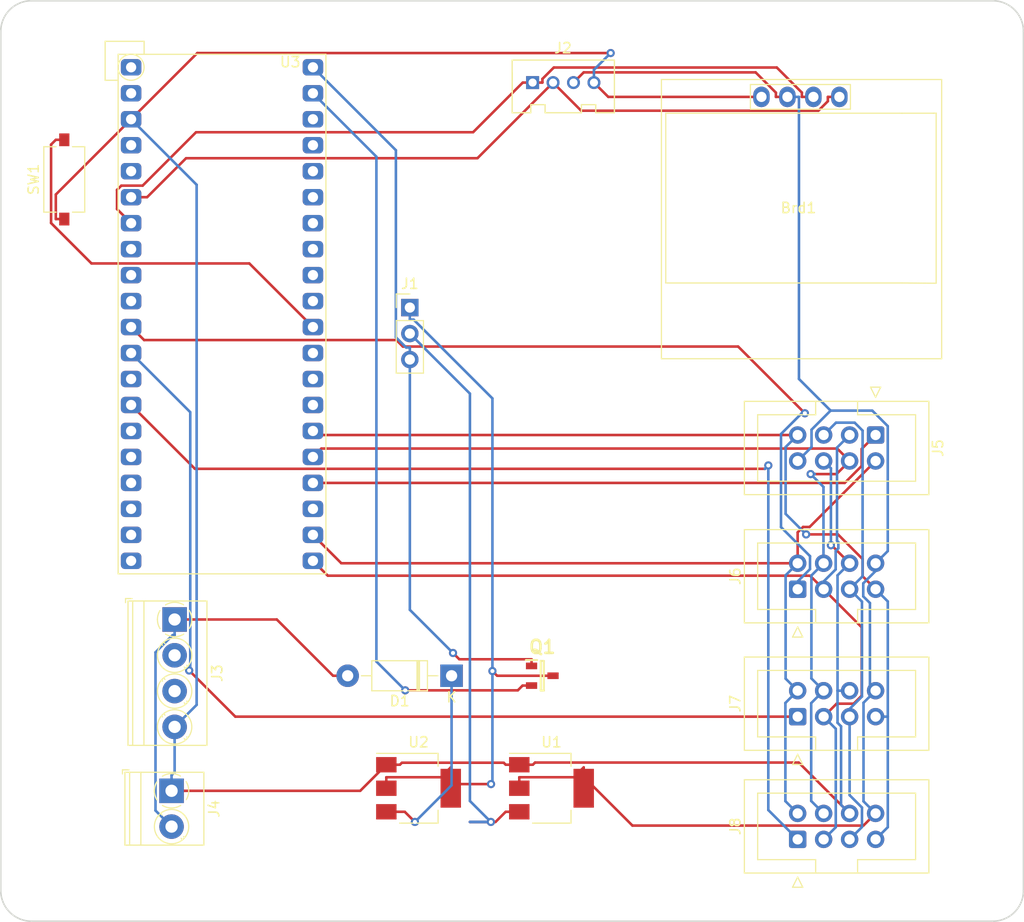
<source format=kicad_pcb>
(kicad_pcb (version 20221018) (generator pcbnew)
  (layers (0 "F.Cu" signal) (31 "B.Cu" signal) (34 "B.Paste" user) (35 "F.Paste" user) (36 "B.SilkS" user "B.Silkscreen") (37 "F.SilkS" user "F.Silkscreen") (38 "B.Mask" user) (39 "F.Mask" user) (44 "Edge.Cuts" user))
  (net 0 "")
  (net 1 "/GND")
  (net 2 "/3V3")
  (net 3 "/SCL")
  (net 4 "/SDA")
  (net 5 "/12V")
  (net 6 "/Pin")
  (net 7 "/5V")
  (net 8 "/5Vopt")
  (net 9 "/VBUS")
  (net 10 "/CS1")
  (net 11 "/SCK")
  (net 12 "/MOSI")
  (net 13 "/MISO")
  (net 14 "/IRQ")
  (net 15 "/RST")
  (net 16 "/CS2")
  (net 17 "/CS3")
  (net 18 "/CS4")
  (net 19 "/VSYS")
  (net 20 "Net-(U3-RUN)")
  (footprint "SSD1306:128x64OLED" (layer "F.Cu") (at 228 80)
    (fp_text reference "Brd1" (at 0 0.254) (layer "F.SilkS"))
    (fp_text value "SSD1306")
    (pad "1" thru_hole oval (at -3.62 -10.6 90) (size 2 1.6) (drill 1) (layers "*.Cu" "*.Mask") (net 1 "/GND"))
    (pad "2" thru_hole oval (at -1.08 -10.6 90) (size 2 1.6) (drill 1) (layers "*.Cu" "*.Mask") (net 2 "/3V3"))
    (pad "3" thru_hole oval (at 1.46 -10.6 90) (size 2 1.6) (drill 1) (layers "*.Cu" "*.Mask") (net 3 "/SCL"))
    (pad "4" thru_hole oval (at 4 -10.6 90) (size 2 1.6) (drill 1) (layers "*.Cu" "*.Mask") (net 4 "/SDA"))
  )
  (footprint "Package_TO_SOT_SMD:SOT-223-3_TabPin2" (layer "F.Cu") (at 203.85 137)
    (fp_text reference "U1" (at 0 -4.5) (layer "F.SilkS"))
    (fp_text value "AMS1117-3.3")
    (pad "1" smd rect (at -3.15 -2.3) (size 2 1.5) (layers "F.Cu" "F.Paste" "F.Mask") (net 1 "/GND"))
    (pad "2" smd rect (at -3.15 0) (size 2 1.5) (layers "F.Cu" "F.Paste" "F.Mask") (net 2 "/3V3"))
    (pad "2" smd rect (at 3.15 0) (size 2 3.8) (layers "F.Cu" "F.Paste" "F.Mask") (net 2 "/3V3"))
    (pad "3" smd rect (at -3.15 2.3) (size 2 1.5) (layers "F.Cu" "F.Paste" "F.Mask") (net 8 "/5Vopt"))
  )
  (footprint "TerminalBlock_Phoenix:TerminalBlock_Phoenix_PT-1,5-2-3.5-H_1x02_P3.50mm_Horizontal" (layer "F.Cu") (at 166.7 137.25 -90)
    (fp_text reference "J4" (at 1.75 -4.16 90) (layer "F.SilkS"))
    (fp_text value "Screw_Terminal_01x02")
    (pad "1" thru_hole rect (at 0 0 270) (size 2.4 2.4) (drill 1.2) (layers "*.Cu" "*.Mask") (net 1 "/GND"))
    (pad "2" thru_hole circle (at 3.5 0 270) (size 2.4 2.4) (drill 1.2) (layers "*.Cu" "*.Mask") (net 6 "/Pin"))
  )
  (footprint "MountingHole:MountingHole_3.2mm_M3_DIN965" (layer "F.Cu") (at 246 64)
    (fp_text reference "H2" hide)
    (fp_text value "MountingHole" hide)
    (pad "" np_thru_hole circle (at 0 0) (size 3.2 3.2) (drill 3.2) (layers "*.Cu" "*.Mask"))
  )
  (footprint "Package_TO_SOT_SMD:SOT-223-3_TabPin2" (layer "F.Cu") (at 190.85 137)
    (fp_text reference "U2" (at 0 -4.5) (layer "F.SilkS"))
    (fp_text value "AMS1117-5.0")
    (pad "1" smd rect (at -3.15 -2.3) (size 2 1.5) (layers "F.Cu" "F.Paste" "F.Mask") (net 1 "/GND"))
    (pad "2" smd rect (at -3.15 0) (size 2 1.5) (layers "F.Cu" "F.Paste" "F.Mask") (net 7 "/5V"))
    (pad "2" smd rect (at 3.15 0) (size 2 3.8) (layers "F.Cu" "F.Paste" "F.Mask") (net 7 "/5V"))
    (pad "3" smd rect (at -3.15 2.3) (size 2 1.5) (layers "F.Cu" "F.Paste" "F.Mask") (net 5 "/12V"))
  )
  (footprint "DMG2305UX-7:SOT96P240X110-3N" (layer "F.Cu") (at 202.95 126)
    (fp_text reference "Q1" (at 0 -2.81) (layer "F.SilkS") (effects (font (size 1.27 1.27) (thickness 0.254))))
    (fp_text value "DMG2305UX-7" hide)
    (pad "1" smd rect (at -1.05 -0.96 90) (size 0.65 1.1) (layers "F.Cu" "F.Paste" "F.Mask") (net 9 "/VBUS"))
    (pad "2" smd rect (at -1.05 0.96 90) (size 0.65 1.1) (layers "F.Cu" "F.Paste" "F.Mask") (net 19 "/VSYS"))
    (pad "3" smd rect (at 1.05 0 90) (size 0.65 1.1) (layers "F.Cu" "F.Paste" "F.Mask") (net 7 "/5V"))
  )
  (footprint "PicoNoSwd:RaspberryPico_TH_NoSWD" (layer "F.Cu") (at 162.745 66.505)
    (fp_text reference "U3" (at 15.5575 -0.508 -180) (layer "F.SilkS"))
    (fp_text value "Pico_RaspberryPico")
    (pad "1" thru_hole roundrect (at 0 0) (size 2 1.6) (drill 1) (layers "*.Cu" "*.Mask"))
    (pad "2" thru_hole roundrect (at 0 2.54) (size 2 1.6) (drill 1) (layers "*.Cu" "*.Mask"))
    (pad "3" thru_hole roundrect (at 0 5.08) (size 2 1.6) (drill 1) (layers "*.Cu" "*.Mask") (net 1 "/GND"))
    (pad "4" thru_hole roundrect (at 0 7.62) (size 2 1.6) (drill 1) (layers "*.Cu" "*.Mask"))
    (pad "5" thru_hole roundrect (at 0 10.16) (size 2 1.6) (drill 1) (layers "*.Cu" "*.Mask"))
    (pad "6" thru_hole roundrect (at 0 12.7) (size 2 1.6) (drill 1) (layers "*.Cu" "*.Mask") (net 4 "/SDA"))
    (pad "7" thru_hole roundrect (at 0 15.24) (size 2 1.6) (drill 1) (layers "*.Cu" "*.Mask") (net 3 "/SCL"))
    (pad "8" thru_hole roundrect (at 0 17.78) (size 2 1.6) (drill 1) (layers "*.Cu" "*.Mask"))
    (pad "9" thru_hole roundrect (at 0 20.32) (size 2 1.6) (drill 1) (layers "*.Cu" "*.Mask"))
    (pad "10" thru_hole roundrect (at 0 22.86) (size 2 1.6) (drill 1) (layers "*.Cu" "*.Mask"))
    (pad "11" thru_hole roundrect (at 0 25.4) (size 2 1.6) (drill 1) (layers "*.Cu" "*.Mask") (net 16 "/CS2"))
    (pad "12" thru_hole roundrect (at 0 27.94) (size 2 1.6) (drill 1) (layers "*.Cu" "*.Mask") (net 17 "/CS3"))
    (pad "13" thru_hole roundrect (at 0 30.48) (size 2 1.6) (drill 1) (layers "*.Cu" "*.Mask"))
    (pad "14" thru_hole roundrect (at 0 33.02) (size 2 1.6) (drill 1) (layers "*.Cu" "*.Mask") (net 18 "/CS4"))
    (pad "15" thru_hole roundrect (at 0 35.56) (size 2 1.6) (drill 1) (layers "*.Cu" "*.Mask"))
    (pad "16" thru_hole roundrect (at 0 38.1) (size 2 1.6) (drill 1) (layers "*.Cu" "*.Mask"))
    (pad "17" thru_hole roundrect (at 0 40.64) (size 2 1.6) (drill 1) (layers "*.Cu" "*.Mask"))
    (pad "18" thru_hole roundrect (at 0 43.18) (size 2 1.6) (drill 1) (layers "*.Cu" "*.Mask"))
    (pad "19" thru_hole roundrect (at 0 45.72) (size 2 1.6) (drill 1) (layers "*.Cu" "*.Mask"))
    (pad "20" thru_hole roundrect (at 0 48.26) (size 2 1.6) (drill 1) (layers "*.Cu" "*.Mask"))
    (pad "21" thru_hole roundrect (at 17.78 48.26) (size 2 1.6) (drill 1) (layers "*.Cu" "*.Mask") (net 12 "/MOSI"))
    (pad "22" thru_hole roundrect (at 17.78 45.72) (size 2 1.6) (drill 1) (layers "*.Cu" "*.Mask") (net 11 "/SCK"))
    (pad "23" thru_hole roundrect (at 17.78 43.18) (size 2 1.6) (drill 1) (layers "*.Cu" "*.Mask"))
    (pad "24" thru_hole roundrect (at 17.78 40.64) (size 2 1.6) (drill 1) (layers "*.Cu" "*.Mask") (net 10 "/CS1"))
    (pad "25" thru_hole roundrect (at 17.78 38.1) (size 2 1.6) (drill 1) (layers "*.Cu" "*.Mask") (net 13 "/MISO"))
    (pad "26" thru_hole roundrect (at 17.78 35.56) (size 2 1.6) (drill 1) (layers "*.Cu" "*.Mask") (net 15 "/RST"))
    (pad "27" thru_hole roundrect (at 17.78 33.02) (size 2 1.6) (drill 1) (layers "*.Cu" "*.Mask"))
    (pad "28" thru_hole roundrect (at 17.78 30.48) (size 2 1.6) (drill 1) (layers "*.Cu" "*.Mask"))
    (pad "29" thru_hole roundrect (at 17.78 27.94) (size 2 1.6) (drill 1) (layers "*.Cu" "*.Mask"))
    (pad "30" thru_hole roundrect (at 17.78 25.4) (size 2 1.6) (drill 1) (layers "*.Cu" "*.Mask") (net 20 "Net-(U3-RUN)"))
    (pad "31" thru_hole roundrect (at 17.78 22.86) (size 2 1.6) (drill 1) (layers "*.Cu" "*.Mask"))
    (pad "32" thru_hole roundrect (at 17.78 20.32) (size 2 1.6) (drill 1) (layers "*.Cu" "*.Mask"))
    (pad "33" thru_hole roundrect (at 17.78 17.78) (size 2 1.6) (drill 1) (layers "*.Cu" "*.Mask"))
    (pad "34" thru_hole roundrect (at 17.78 15.24) (size 2 1.6) (drill 1) (layers "*.Cu" "*.Mask"))
    (pad "35" thru_hole roundrect (at 17.78 12.7) (size 2 1.6) (drill 1) (layers "*.Cu" "*.Mask"))
    (pad "36" thru_hole roundrect (at 17.78 10.16) (size 2 1.6) (drill 1) (layers "*.Cu" "*.Mask"))
    (pad "37" thru_hole roundrect (at 17.78 7.62) (size 2 1.6) (drill 1) (layers "*.Cu" "*.Mask"))
    (pad "38" thru_hole roundrect (at 17.78 5.08) (size 2 1.6) (drill 1) (layers "*.Cu" "*.Mask"))
    (pad "39" thru_hole roundrect (at 17.78 2.54) (size 2 1.6) (drill 1) (layers "*.Cu" "*.Mask") (net 19 "/VSYS"))
    (pad "40" thru_hole roundrect (at 17.78 0) (size 2 1.6) (drill 1) (layers "*.Cu" "*.Mask") (net 9 "/VBUS"))
  )
  (footprint "Seed Grove etc:HW4-2.0" (layer "F.Cu") (at 205.0018 68)
    (fp_text reference "J2" (at -0.025 -3.375) (layer "F.SilkS"))
    (fp_text value "Grove 2mm")
    (pad "1" thru_hole rect (at -2.99974 0) (size 1.27 1.27) (drill 0.79756) (layers "*.Cu" "*.Mask") (net 3 "/SCL"))
    (pad "2" thru_hole circle (at -0.99822 0) (size 1.27 1.27) (drill 0.79756) (layers "*.Cu" "*.Mask") (net 4 "/SDA"))
    (pad "3" thru_hole circle (at 0.99822 0) (size 1.27 1.27) (drill 0.79756) (layers "*.Cu" "*.Mask") (net 2 "/3V3"))
    (pad "4" thru_hole circle (at 2.99974 0) (size 1.27 1.27) (drill 0.79756) (layers "*.Cu" "*.Mask") (net 1 "/GND"))
  )
  (footprint "Diode_THT:D_DO-41_SOD81_P10.16mm_Horizontal" (layer "F.Cu") (at 194.08 126 180)
    (fp_text reference "D1" (at 5.08 -2.47) (layer "F.SilkS"))
    (fp_text value "1N5819")
    (fp_text user "K" (at 0 -2.1) (layer "F.SilkS"))
    (pad "1" thru_hole rect (at 0 0 180) (size 2.2 2.2) (drill 1.1) (layers "*.Cu" "*.Mask") (net 5 "/12V"))
    (pad "2" thru_hole oval (at 10.16 0 180) (size 2.2 2.2) (drill 1.1) (layers "*.Cu" "*.Mask") (net 6 "/Pin"))
  )
  (footprint "TerminalBlock_Phoenix:TerminalBlock_Phoenix_PT-1,5-4-3.5-H_1x04_P3.50mm_Horizontal" (layer "F.Cu") (at 167 120.5 -90)
    (fp_text reference "J3" (at 5.25 -4.16 90) (layer "F.SilkS"))
    (fp_text value "Screw_Terminal_01x04")
    (pad "1" thru_hole rect (at 0 0 270) (size 2.4 2.4) (drill 1.2) (layers "*.Cu" "*.Mask") (net 6 "/Pin"))
    (pad "2" thru_hole circle (at 3.5 0 270) (size 2.4 2.4) (drill 1.2) (layers "*.Cu" "*.Mask"))
    (pad "3" thru_hole circle (at 7 0 270) (size 2.4 2.4) (drill 1.2) (layers "*.Cu" "*.Mask"))
    (pad "4" thru_hole circle (at 10.5 0 270) (size 2.4 2.4) (drill 1.2) (layers "*.Cu" "*.Mask") (net 1 "/GND"))
  )
  (footprint "Connector_IDC:IDC-Header_2x04_P2.54mm_Vertical" (layer "F.Cu") (at 235.54 102.46 -90)
    (fp_text reference "J5" (at 1.27 -6.1 90) (layer "F.SilkS"))
    (fp_text value "IDC1")
    (pad "1" thru_hole roundrect (at 0 0 270) (size 1.7 1.7) (drill 1) (layers "*.Cu" "*.Mask") (roundrect_rratio 0.147059) (net 10 "/CS1"))
    (pad "2" thru_hole circle (at 2.54 0 270) (size 1.7 1.7) (drill 1) (layers "*.Cu" "*.Mask") (net 11 "/SCK"))
    (pad "3" thru_hole circle (at 0 2.54 270) (size 1.7 1.7) (drill 1) (layers "*.Cu" "*.Mask") (net 12 "/MOSI"))
    (pad "4" thru_hole circle (at 2.54 2.54 270) (size 1.7 1.7) (drill 1) (layers "*.Cu" "*.Mask") (net 13 "/MISO"))
    (pad "5" thru_hole circle (at 0 5.08 270) (size 1.7 1.7) (drill 1) (layers "*.Cu" "*.Mask") (net 14 "/IRQ"))
    (pad "6" thru_hole circle (at 2.54 5.08 270) (size 1.7 1.7) (drill 1) (layers "*.Cu" "*.Mask") (net 1 "/GND"))
    (pad "7" thru_hole circle (at 0 7.62 270) (size 1.7 1.7) (drill 1) (layers "*.Cu" "*.Mask") (net 15 "/RST"))
    (pad "8" thru_hole circle (at 2.54 7.62 270) (size 1.7 1.7) (drill 1) (layers "*.Cu" "*.Mask") (net 2 "/3V3"))
  )
  (footprint "Connector_IDC:IDC-Header_2x04_P2.54mm_Vertical" (layer "F.Cu") (at 227.92 117.54 90)
    (fp_text reference "J6" (at 1.27 -6.1 90) (layer "F.SilkS"))
    (fp_text value "IDC1")
    (pad "1" thru_hole roundrect (at 0 0 90) (size 1.7 1.7) (drill 1) (layers "*.Cu" "*.Mask") (roundrect_rratio 0.147059) (net 16 "/CS2"))
    (pad "2" thru_hole circle (at 2.54 0 90) (size 1.7 1.7) (drill 1) (layers "*.Cu" "*.Mask") (net 11 "/SCK"))
    (pad "3" thru_hole circle (at 0 2.54 90) (size 1.7 1.7) (drill 1) (layers "*.Cu" "*.Mask") (net 12 "/MOSI"))
    (pad "4" thru_hole circle (at 2.54 2.54 90) (size 1.7 1.7) (drill 1) (layers "*.Cu" "*.Mask") (net 13 "/MISO"))
    (pad "5" thru_hole circle (at 0 5.08 90) (size 1.7 1.7) (drill 1) (layers "*.Cu" "*.Mask") (net 14 "/IRQ"))
    (pad "6" thru_hole circle (at 2.54 5.08 90) (size 1.7 1.7) (drill 1) (layers "*.Cu" "*.Mask") (net 1 "/GND"))
    (pad "7" thru_hole circle (at 0 7.62 90) (size 1.7 1.7) (drill 1) (layers "*.Cu" "*.Mask") (net 15 "/RST"))
    (pad "8" thru_hole circle (at 2.54 7.62 90) (size 1.7 1.7) (drill 1) (layers "*.Cu" "*.Mask") (net 2 "/3V3"))
  )
  (footprint "MountingHole:MountingHole_3.2mm_M3_DIN965" (layer "F.Cu") (at 154 64)
    (fp_text reference "H1" hide)
    (fp_text value "MountingHole" hide)
    (pad "" np_thru_hole circle (at 0 0) (size 3.2 3.2) (drill 3.2) (layers "*.Cu" "*.Mask"))
  )
  (footprint "MountingHole:MountingHole_3.2mm_M3_DIN965" (layer "F.Cu") (at 154 146)
    (fp_text reference "H3" hide)
    (fp_text value "MountingHole" hide)
    (pad "" np_thru_hole circle (at 0 0) (size 3.2 3.2) (drill 3.2) (layers "*.Cu" "*.Mask"))
  )
  (footprint "Connector_IDC:IDC-Header_2x04_P2.54mm_Vertical" (layer "F.Cu") (at 227.92 130 90)
    (fp_text reference "J7" (at 1.27 -6.1 90) (layer "F.SilkS"))
    (fp_text value "IDC1")
    (pad "1" thru_hole roundrect (at 0 0 90) (size 1.7 1.7) (drill 1) (layers "*.Cu" "*.Mask") (roundrect_rratio 0.147059) (net 17 "/CS3"))
    (pad "2" thru_hole circle (at 2.54 0 90) (size 1.7 1.7) (drill 1) (layers "*.Cu" "*.Mask") (net 11 "/SCK"))
    (pad "3" thru_hole circle (at 0 2.54 90) (size 1.7 1.7) (drill 1) (layers "*.Cu" "*.Mask") (net 12 "/MOSI"))
    (pad "4" thru_hole circle (at 2.54 2.54 90) (size 1.7 1.7) (drill 1) (layers "*.Cu" "*.Mask") (net 13 "/MISO"))
    (pad "5" thru_hole circle (at 0 5.08 90) (size 1.7 1.7) (drill 1) (layers "*.Cu" "*.Mask") (net 14 "/IRQ"))
    (pad "6" thru_hole circle (at 2.54 5.08 90) (size 1.7 1.7) (drill 1) (layers "*.Cu" "*.Mask") (net 1 "/GND"))
    (pad "7" thru_hole circle (at 0 7.62 90) (size 1.7 1.7) (drill 1) (layers "*.Cu" "*.Mask") (net 15 "/RST"))
    (pad "8" thru_hole circle (at 2.54 7.62 90) (size 1.7 1.7) (drill 1) (layers "*.Cu" "*.Mask") (net 2 "/3V3"))
  )
  (footprint "Button_Switch_SMD:SW_Tactile_SPST_NO_Straight_CK_PTS636Sx25SMTRLFS" (layer "F.Cu") (at 156.21 77.47 90)
    (fp_text reference "SW1" (at 0 -3 90 unlocked) (layer "F.SilkS"))
    (fp_text value "SW_Push")
    (pad "1" smd rect (at -3.875 0 90) (size 1.25 1) (layers "F.Cu" "F.Paste" "F.Mask") (net 1 "/GND"))
    (pad "2" smd rect (at 3.875 0 90) (size 1.25 1) (layers "F.Cu" "F.Paste" "F.Mask") (net 20 "Net-(U3-RUN)"))
  )
  (footprint "Connector_PinHeader_2.54mm:PinHeader_1x03_P2.54mm_Vertical" (layer "F.Cu") (at 190 90)
    (fp_text reference "J1" (at 0 -2.33) (layer "F.SilkS"))
    (fp_text value "5V sel")
    (pad "1" thru_hole rect (at 0 0) (size 1.7 1.7) (drill 1) (layers "*.Cu" "*.Mask") (net 7 "/5V"))
    (pad "2" thru_hole oval (at 0 2.54) (size 1.7 1.7) (drill 1) (layers "*.Cu" "*.Mask") (net 8 "/5Vopt"))
    (pad "3" thru_hole oval (at 0 5.08) (size 1.7 1.7) (drill 1) (layers "*.Cu" "*.Mask") (net 9 "/VBUS"))
  )
  (footprint "MountingHole:MountingHole_3.2mm_M3_DIN965" (layer "F.Cu") (at 246 146)
    (fp_text reference "H4" hide)
    (fp_text value "MountingHole" hide)
    (pad "" np_thru_hole circle (at 0 0) (size 3.2 3.2) (drill 3.2) (layers "*.Cu" "*.Mask"))
  )
  (footprint "Connector_IDC:IDC-Header_2x04_P2.54mm_Vertical" (layer "F.Cu") (at 227.92 142 90)
    (fp_text reference "J8" (at 1.27 -6.1 90) (layer "F.SilkS"))
    (fp_text value "IDC1")
    (pad "1" thru_hole roundrect (at 0 0 90) (size 1.7 1.7) (drill 1) (layers "*.Cu" "*.Mask") (roundrect_rratio 0.147059) (net 18 "/CS4"))
    (pad "2" thru_hole circle (at 2.54 0 90) (size 1.7 1.7) (drill 1) (layers "*.Cu" "*.Mask") (net 11 "/SCK"))
    (pad "3" thru_hole circle (at 0 2.54 90) (size 1.7 1.7) (drill 1) (layers "*.Cu" "*.Mask") (net 12 "/MOSI"))
    (pad "4" thru_hole circle (at 2.54 2.54 90) (size 1.7 1.7) (drill 1) (layers "*.Cu" "*.Mask") (net 13 "/MISO"))
    (pad "5" thru_hole circle (at 0 5.08 90) (size 1.7 1.7) (drill 1) (layers "*.Cu" "*.Mask") (net 14 "/IRQ"))
    (pad "6" thru_hole circle (at 2.54 5.08 90) (size 1.7 1.7) (drill 1) (layers "*.Cu" "*.Mask") (net 1 "/GND"))
    (pad "7" thru_hole circle (at 0 7.62 90) (size 1.7 1.7) (drill 1) (layers "*.Cu" "*.Mask") (net 15 "/RST"))
    (pad "8" thru_hole circle (at 2.54 7.62 90) (size 1.7 1.7) (drill 1) (layers "*.Cu" "*.Mask") (net 2 "/3V3"))
  )
  (gr_line (start 250 63) (end 250 147) (stroke (width 0.15)) (layer "Edge.Cuts"))
  (gr_arc (start 153 150) (mid 150.87868 149.12132) (end 150 147) (stroke (width 0.15)) (layer "Edge.Cuts"))
  (gr_arc (start 250 147) (mid 249.12132 149.12132) (end 247 150) (stroke (width 0.15)) (layer "Edge.Cuts"))
  (gr_arc (start 150 63) (mid 150.87868 60.87868) (end 153 60) (stroke (width 0.15)) (layer "Edge.Cuts"))
  (gr_line (start 247 60) (end 153 60) (stroke (width 0.15)) (layer "Edge.Cuts"))
  (gr_arc (start 247 60) (mid 249.12132 60.87868) (end 250 63) (stroke (width 0.15)) (layer "Edge.Cuts"))
  (gr_line (start 150 63) (end 150 147) (stroke (width 0.15)) (layer "Edge.Cuts"))
  (gr_line (start 247 150) (end 153 150) (stroke (width 0.15)) (layer "Edge.Cuts"))
  (segment (start 185.15 137.25) (end 187.7 134.7) (width 0.25) (layer "F.Cu") (net 1))
  (segment (start 155.3831 81.345) (end 155.3831 78.9469) (width 0.25) (layer "F.Cu") (net 1))
  (segment (start 233 139.46) (end 228.0277 134.4877) (width 0.25) (layer "F.Cu") (net 1))
  (segment (start 166.7 137.25) (end 185.15 137.25) (width 0.25) (layer "F.Cu") (net 1))
  (segment (start 209.6355 65.1112) (end 169.2188 65.1112) (width 0.25) (layer "F.Cu") (net 1))
  (segment (start 189.2222 134.5047) (end 189.0269 134.7) (width 0.25) (layer "F.Cu") (net 1))
  (segment (start 200.7 134.7) (end 202.0269 134.7) (width 0.25) (layer "F.Cu") (net 1))
  (segment (start 224.38 69.4) (end 209.4015 69.4) (width 0.25) (layer "F.Cu") (net 1))
  (segment (start 209.4015 69.4) (end 208.0015 68) (width 0.25) (layer "F.Cu") (net 1))
  (segment (start 155.3831 78.9469) (end 162.745 71.585) (width 0.25) (layer "F.Cu") (net 1))
  (segment (start 169.2188 65.1112) (end 162.745 71.585) (width 0.25) (layer "F.Cu") (net 1))
  (segment (start 187.7 134.7) (end 189.0269 134.7) (width 0.25) (layer "F.Cu") (net 1))
  (segment (start 202.2392 134.4877) (end 202.0269 134.7) (width 0.25) (layer "F.Cu") (net 1))
  (segment (start 199.3731 134.7) (end 199.1778 134.5047) (width 0.25) (layer "F.Cu") (net 1))
  (segment (start 200.7 134.7) (end 199.3731 134.7) (width 0.25) (layer "F.Cu") (net 1))
  (segment (start 156.21 81.345) (end 155.3831 81.345) (width 0.25) (layer "F.Cu") (net 1))
  (segment (start 228.0277 134.4877) (end 202.2392 134.4877) (width 0.25) (layer "F.Cu") (net 1))
  (segment (start 231.2368 113.2368) (end 231.1719 113.2368) (width 0.25) (layer "F.Cu") (net 1))
  (segment (start 233 115) (end 231.2368 113.2368) (width 0.25) (layer "F.Cu") (net 1))
  (segment (start 199.1778 134.5047) (end 189.2222 134.5047) (width 0.25) (layer "F.Cu") (net 1))
  (via (at 209.6355 65.1112) (size 0.8) (drill 0.4) (layers "F.Cu" "B.Cu") (net 1))
  (via (at 231.1719 113.2368) (size 0.8) (drill 0.4) (layers "F.Cu" "B.Cu") (net 1))
  (segment (start 167 135.4231) (end 167 131) (width 0.25) (layer "B.Cu") (net 1))
  (segment (start 231.8194 130.602) (end 232.1645 130.9471) (width 0.25) (layer "B.Cu") (net 1))
  (segment (start 166.7 137.25) (end 166.7 135.7231) (width 0.25) (layer "B.Cu") (net 1))
  (segment (start 169.1518 128.8482) (end 167 131) (width 0.25) (layer "B.Cu") (net 1))
  (segment (start 231.8194 116.1806) (end 231.8194 127.46) (width 0.25) (layer "B.Cu") (net 1))
  (segment (start 233 115) (end 231.8194 116.1806) (width 0.25) (layer "B.Cu") (net 1))
  (segment (start 166.7 135.7231) (end 167 135.4231) (width 0.25) (layer "B.Cu") (net 1))
  (segment (start 208.0015 68) (end 208.0015 66.7452) (width 0.25) (layer "B.Cu") (net 1))
  (segment (start 232.1645 130.9471) (end 232.1645 138.6245) (width 0.25) (layer "B.Cu") (net 1))
  (segment (start 233 127.46) (end 231.8194 127.46) (width 0.25) (layer "B.Cu") (net 1))
  (segment (start 169.1518 77.9918) (end 169.1518 128.8482) (width 0.25) (layer "B.Cu") (net 1))
  (segment (start 231.1719 113.2368) (end 231.1719 105.7119) (width 0.25) (layer "B.Cu") (net 1))
  (segment (start 162.745 71.585) (end 169.1518 77.9918) (width 0.25) (layer "B.Cu") (net 1))
  (segment (start 232.1645 138.6245) (end 233 139.46) (width 0.25) (layer "B.Cu") (net 1))
  (segment (start 231.1719 105.7119) (end 230.46 105) (width 0.25) (layer "B.Cu") (net 1))
  (segment (start 208.0015 66.7452) (end 209.6355 65.1112) (width 0.25) (layer "B.Cu") (net 1))
  (segment (start 231.8194 127.46) (end 231.8194 130.602) (width 0.25) (layer "B.Cu") (net 1))
  (segment (start 207 135.8865) (end 207 134.9603) (width 0.25) (layer "F.Cu") (net 2))
  (segment (start 207 137) (end 207 135.8865) (width 0.25) (layer "F.Cu") (net 2))
  (segment (start 206.0372 135.9231) (end 207 134.9603) (width 0.25) (layer "F.Cu") (net 2))
  (segment (start 206 68) (end 206.998 67.002) (width 0.25) (layer "F.Cu") (net 2))
  (segment (start 200.7 135.9231) (end 206.0372 135.9231) (width 0.25) (layer "F.Cu") (net 2))
  (segment (start 200.7 137) (end 200.7 135.9231) (width 0.25) (layer "F.Cu") (net 2))
  (segment (start 226.92 69.4) (end 225.7931 69.4) (width 0.25) (layer "F.Cu") (net 2))
  (segment (start 234.3494 140.6506) (end 235.54 139.46) (width 0.25) (layer "F.Cu") (net 2))
  (segment (start 225.7931 68.9831) (end 225.7931 69.4) (width 0.25) (layer "F.Cu") (net 2))
  (segment (start 223.812 67.002) (end 225.7931 68.9831) (width 0.25) (layer "F.Cu") (net 2))
  (segment (start 206.998 67.002) (end 223.812 67.002) (width 0.25) (layer "F.Cu") (net 2))
  (segment (start 207 135.8865) (end 211.7641 140.6506) (width 0.25) (layer "F.Cu") (net 2))
  (segment (start 211.7641 140.6506) (end 234.3494 140.6506) (width 0.25) (layer "F.Cu") (net 2))
  (segment (start 235.54 139.46) (end 234.3599 138.2799) (width 0.25) (layer "B.Cu") (net 2))
  (segment (start 234.3327 118.2358) (end 234.3327 116.9646) (width 0.25) (layer "B.Cu") (net 2))
  (segment (start 234.3599 138.2799) (end 234.3599 128.6401) (width 0.25) (layer "B.Cu") (net 2))
  (segment (start 227.92 105) (end 229.2768 103.6432) (width 0.25) (layer "B.Cu") (net 2))
  (segment (start 235.54 115.7573) (end 235.54 115) (width 0.25) (layer "B.Cu") (net 2))
  (segment (start 234.3599 128.6401) (end 234.987 128.013) (width 0.25) (layer "B.Cu") (net 2))
  (segment (start 236.731 113.809) (end 235.54 115) (width 0.25) (layer "B.Cu") (net 2))
  (segment (start 234.987 128.013) (end 234.987 127.46) (width 0.25) (layer "B.Cu") (net 2))
  (segment (start 234.987 127.46) (end 235.54 127.46) (width 0.25) (layer "B.Cu") (net 2))
  (segment (start 226.92 69.4) (end 228.0469 69.4) (width 0.25) (layer "B.Cu") (net 2))
  (segment (start 231.1413 100.0757) (end 235.2154 100.0757) (width 0.25) (layer "B.Cu") (net 2))
  (segment (start 234.3327 116.9646) (end 235.54 115.7573) (width 0.25) (layer "B.Cu") (net 2))
  (segment (start 229.2768 101.9402) (end 231.1413 100.0757) (width 0.25) (layer "B.Cu") (net 2))
  (segment (start 234.987 127.46) (end 234.987 118.8901) (width 0.25) (layer "B.Cu") (net 2))
  (segment (start 235.2154 100.0757) (end 236.731 101.5913) (width 0.25) (layer "B.Cu") (net 2))
  (segment (start 228.0469 96.9813) (end 228.0469 69.4) (width 0.25) (layer "B.Cu") (net 2))
  (segment (start 229.2768 103.6432) (end 229.2768 101.9402) (width 0.25) (layer "B.Cu") (net 2))
  (segment (start 234.987 118.8901) (end 234.3327 118.2358) (width 0.25) (layer "B.Cu") (net 2))
  (segment (start 231.1413 100.0757) (end 228.0469 96.9813) (width 0.25) (layer "B.Cu") (net 2))
  (segment (start 236.731 101.5913) (end 236.731 113.809) (width 0.25) (layer "B.Cu") (net 2))
  (segment (start 202.0021 68) (end 201.0402 68) (width 0.25) (layer "F.Cu") (net 3))
  (segment (start 161.3661 78.4971) (end 161.7866 78.0766) (width 0.25) (layer "F.Cu") (net 3))
  (segment (start 196.1852 72.855) (end 201.0402 68) (width 0.25) (layer "F.Cu") (net 3))
  (segment (start 229.46 69.4) (end 228.3331 69.4) (width 0.25) (layer "F.Cu") (net 3))
  (segment (start 162.745 81.745) (end 161.3661 80.3661) (width 0.25) (layer "F.Cu") (net 3))
  (segment (start 228.3331 68.9774) (end 225.8827 66.527) (width 0.25) (layer "F.Cu") (net 3))
  (segment (start 169.095 72.855) (end 196.1852 72.855) (width 0.25) (layer "F.Cu") (net 3))
  (segment (start 204.0763 66.527) (end 202.964 67.6393) (width 0.25) (layer "F.Cu") (net 3))
  (segment (start 202.0021 68) (end 202.964 68) (width 0.25) (layer "F.Cu") (net 3))
  (segment (start 163.8734 78.0766) (end 169.095 72.855) (width 0.25) (layer "F.Cu") (net 3))
  (segment (start 202.964 67.6393) (end 202.964 68) (width 0.25) (layer "F.Cu") (net 3))
  (segment (start 228.3331 69.4) (end 228.3331 68.9774) (width 0.25) (layer "F.Cu") (net 3))
  (segment (start 225.8827 66.527) (end 204.0763 66.527) (width 0.25) (layer "F.Cu") (net 3))
  (segment (start 161.3661 80.3661) (end 161.3661 78.4971) (width 0.25) (layer "F.Cu") (net 3))
  (segment (start 161.7866 78.0766) (end 163.8734 78.0766) (width 0.25) (layer "F.Cu") (net 3))
  (segment (start 232 69.4) (end 230.8731 69.4) (width 0.25) (layer "F.Cu") (net 4))
  (segment (start 196.6086 75.395) (end 204.0036 68) (width 0.25) (layer "F.Cu") (net 4))
  (segment (start 206.7529 70.7493) (end 229.9464 70.7493) (width 0.25) (layer "F.Cu") (net 4))
  (segment (start 164.3104 79.205) (end 168.1204 75.395) (width 0.25) (layer "F.Cu") (net 4))
  (segment (start 162.745 79.205) (end 164.3104 79.205) (width 0.25) (layer "F.Cu") (net 4))
  (segment (start 168.1204 75.395) (end 196.6086 75.395) (width 0.25) (layer "F.Cu") (net 4))
  (segment (start 229.9464 70.7493) (end 230.8731 69.8226) (width 0.25) (layer "F.Cu") (net 4))
  (segment (start 204.0036 68) (end 206.7529 70.7493) (width 0.25) (layer "F.Cu") (net 4))
  (segment (start 230.8731 69.8226) (end 230.8731 69.4) (width 0.25) (layer "F.Cu") (net 4))
  (segment (start 187.7 139.3) (end 189.501 139.3) (width 0.25) (layer "F.Cu") (net 5))
  (segment (start 189.501 139.3) (end 190.4965 140.2955) (width 0.25) (layer "F.Cu") (net 5))
  (via (at 190.4965 140.2955) (size 0.8) (drill 0.4) (layers "F.Cu" "B.Cu") (net 5))
  (segment (start 190.4965 140.2955) (end 194.08 136.712) (width 0.25) (layer "B.Cu") (net 5))
  (segment (start 194.08 136.712) (end 194.08 126) (width 0.25) (layer "B.Cu") (net 5))
  (segment (start 167 120.5) (end 176.9931 120.5) (width 0.25) (layer "F.Cu") (net 6))
  (segment (start 176.9931 120.5) (end 182.4931 126) (width 0.25) (layer "F.Cu") (net 6))
  (segment (start 183.92 126) (end 182.4931 126) (width 0.25) (layer "F.Cu") (net 6))
  (segment (start 166.8091 122.0269) (end 167 122.0269) (width 0.25) (layer "B.Cu") (net 6))
  (segment (start 165.1301 123.7059) (end 166.8091 122.0269) (width 0.25) (layer "B.Cu") (net 6))
  (segment (start 167 120.5) (end 167 122.0269) (width 0.25) (layer "B.Cu") (net 6))
  (segment (start 165.1301 139.1801) (end 165.1301 123.7059) (width 0.25) (layer "B.Cu") (net 6))
  (segment (start 166.7 140.75) (end 165.1301 139.1801) (width 0.25) (layer "B.Cu") (net 6))
  (segment (start 194.4353 136.5917) (end 197.9393 136.5917) (width 0.25) (layer "F.Cu") (net 7))
  (segment (start 194 137) (end 194 136.1564) (width 0.25) (layer "F.Cu") (net 7))
  (segment (start 194 136.1564) (end 194 134.9603) (width 0.25) (layer "F.Cu") (net 7))
  (segment (start 198.0738 125.5411) (end 198.5327 126) (width 0.25) (layer "F.Cu") (net 7))
  (segment (start 193.0372 135.9231) (end 194 134.9603) (width 0.25) (layer "F.Cu") (net 7))
  (segment (start 187.7 137) (end 187.7 135.9231) (width 0.25) (layer "F.Cu") (net 7))
  (segment (start 194 136.1564) (end 194.4353 136.5917) (width 0.25) (layer "F.Cu") (net 7))
  (segment (start 187.7 135.9231) (end 193.0372 135.9231) (width 0.25) (layer "F.Cu") (net 7))
  (segment (start 198.5327 126) (end 204 126) (width 0.25) (layer "F.Cu") (net 7))
  (via (at 198.0738 125.5411) (size 0.8) (drill 0.4) (layers "F.Cu" "B.Cu") (net 7))
  (via (at 197.9393 136.5917) (size 0.8) (drill 0.4) (layers "F.Cu" "B.Cu") (net 7))
  (segment (start 190 90) (end 190 91.1769) (width 0.25) (layer "B.Cu") (net 7))
  (segment (start 197.9393 136.5917) (end 197.9392 136.5918) (width 0.25) (layer "B.Cu") (net 7))
  (segment (start 198.0738 125.5411) (end 198.0738 136.4572) (width 0.25) (layer "B.Cu") (net 7))
  (segment (start 190.3678 91.1769) (end 198.0738 98.8829) (width 0.25) (layer "B.Cu") (net 7))
  (segment (start 198.0738 136.4572) (end 197.9393 136.5917) (width 0.25) (layer "B.Cu") (net 7))
  (segment (start 190 91.1769) (end 190.3678 91.1769) (width 0.25) (layer "B.Cu") (net 7))
  (segment (start 197.9392 136.5918) (end 197.9393 136.5917) (width 0.25) (layer "B.Cu") (net 7))
  (segment (start 198.0738 98.8829) (end 198.0738 125.5411) (width 0.25) (layer "B.Cu") (net 7))
  (segment (start 200.7 139.3) (end 199.3731 139.3) (width 0.25) (layer "F.Cu") (net 8))
  (segment (start 195.8741 140.2955) (end 197.9234 140.2955) (width 0.25) (layer "F.Cu") (net 8))
  (segment (start 198.3776 140.2955) (end 199.3731 139.3) (width 0.25) (layer "F.Cu") (net 8))
  (segment (start 197.9234 140.2955) (end 198.3776 140.2955) (width 0.25) (layer "F.Cu") (net 8))
  (segment (start 197.9234 140.2955) (end 195.8741 140.2955) (width 0.25) (layer "F.Cu") (net 8))
  (via (at 197.9234 140.2955) (size 0.8) (drill 0.4) (layers "F.Cu" "B.Cu") (net 8))
  (segment (start 190 92.54) (end 195.8741 98.4141) (width 0.25) (layer "B.Cu") (net 8))
  (segment (start 195.8741 140.2955) (end 197.9234 140.2955) (width 0.25) (layer "B.Cu") (net 8))
  (segment (start 195.8741 98.4141) (end 195.8741 138.2462) (width 0.25) (layer "B.Cu") (net 8))
  (segment (start 195.8741 138.2462) (end 197.9234 140.2955) (width 0.25) (layer "B.Cu") (net 8))
  (segment (start 197.9234 140.2955) (end 195.8741 140.2955) (width 0.25) (layer "B.Cu") (net 8))
  (segment (start 194.8343 124.3881) (end 194.2199 123.7737) (width 0.25) (layer "F.Cu") (net 9))
  (segment (start 201.9 124.3881) (end 194.8343 124.3881) (width 0.25) (layer "F.Cu") (net 9))
  (segment (start 201.9 125.04) (end 201.9 124.3881) (width 0.25) (layer "F.Cu") (net 9))
  (via (at 194.2199 123.7737) (size 0.8) (drill 0.4) (layers "F.Cu" "B.Cu") (net 9))
  (segment (start 180.525 66.505) (end 188.6354 74.6154) (width 0.25) (layer "B.Cu") (net 9))
  (segment (start 189.6342 93.9031) (end 190 93.9031) (width 0.25) (layer "B.Cu") (net 9))
  (segment (start 190 119.5538) (end 190 95.08) (width 0.25) (layer "B.Cu") (net 9))
  (segment (start 190 95.08) (end 190 93.9031) (width 0.25) (layer "B.Cu") (net 9))
  (segment (start 188.6354 74.6154) (end 188.6354 92.9043) (width 0.25) (layer "B.Cu") (net 9))
  (segment (start 194.2199 123.7737) (end 190 119.5538) (width 0.25) (layer "B.Cu") (net 9))
  (segment (start 188.6354 92.9043) (end 189.6342 93.9031) (width 0.25) (layer "B.Cu") (net 9))
  (segment (start 234.1769 105.4883) (end 232.5202 107.145) (width 0.25) (layer "F.Cu") (net 10))
  (segment (start 234.1769 103.8231) (end 234.1769 105.4883) (width 0.25) (layer "F.Cu") (net 10))
  (segment (start 232.5202 107.145) (end 180.525 107.145) (width 0.25) (layer "F.Cu") (net 10))
  (segment (start 235.54 102.46) (end 234.1769 103.8231) (width 0.25) (layer "F.Cu") (net 10))
  (segment (start 235.54 105) (end 229.0881 111.4519) (width 0.25) (layer "F.Cu") (net 11))
  (segment (start 227.92 111.9798) (end 227.92 115) (width 0.25) (layer "F.Cu") (net 11))
  (segment (start 227.92 115) (end 183.3 115) (width 0.25) (layer "F.Cu") (net 11))
  (segment (start 228.4479 111.4519) (end 227.92 111.9798) (width 0.25) (layer "F.Cu") (net 11))
  (segment (start 229.0881 111.4519) (end 228.4479 111.4519) (width 0.25) (layer "F.Cu") (net 11))
  (segment (start 183.3 115) (end 180.525 112.225) (width 0.25) (layer "F.Cu") (net 11))
  (segment (start 227.92 127.46) (end 226.7421 126.2821) (width 0.25) (layer "B.Cu") (net 11))
  (segment (start 226.7421 116.1779) (end 227.92 115) (width 0.25) (layer "B.Cu") (net 11))
  (segment (start 226.7211 128.6589) (end 226.7211 138.2611) (width 0.25) (layer "B.Cu") (net 11))
  (segment (start 226.7211 138.2611) (end 227.92 139.46) (width 0.25) (layer "B.Cu") (net 11))
  (segment (start 226.7421 126.2821) (end 226.7421 116.1779) (width 0.25) (layer "B.Cu") (net 11))
  (segment (start 227.92 127.46) (end 226.7211 128.6589) (width 0.25) (layer "B.Cu") (net 11))
  (segment (start 233.4001 128.73) (end 234.1769 127.9532) (width 0.25) (layer "F.Cu") (net 12))
  (segment (start 229.1366 116.2166) (end 230.46 117.54) (width 0.25) (layer "F.Cu") (net 12))
  (segment (start 180.525 114.765) (end 181.9766 116.2166) (width 0.25) (layer "F.Cu") (net 12))
  (segment (start 234.1769 127.9532) (end 234.1769 121.2569) (width 0.25) (layer "F.Cu") (net 12))
  (segment (start 230.46 130) (end 231.73 128.73) (width 0.25) (layer "F.Cu") (net 12))
  (segment (start 181.9766 116.2166) (end 229.1366 116.2166) (width 0.25) (layer "F.Cu") (net 12))
  (segment (start 234.1769 121.2569) (end 230.46 117.54) (width 0.25) (layer "F.Cu") (net 12))
  (segment (start 231.73 128.73) (end 233.4001 128.73) (width 0.25) (layer "F.Cu") (net 12))
  (segment (start 231.8988 113.5379) (end 231.8988 112.9357) (width 0.25) (layer "B.Cu") (net 12))
  (segment (start 231.6369 115.6058) (end 231.6369 113.7998) (width 0.25) (layer "B.Cu") (net 12))
  (segment (start 230.46 130) (end 231.6475 131.1875) (width 0.25) (layer "B.Cu") (net 12))
  (segment (start 231.7678 112.8047) (end 231.7678 103.6922) (width 0.25) (layer "B.Cu") (net 12))
  (segment (start 231.8988 112.9357) (end 231.7678 112.8047) (width 0.25) (layer "B.Cu") (net 12))
  (segment (start 231.6369 113.7998) (end 231.8988 113.5379) (width 0.25) (layer "B.Cu") (net 12))
  (segment (start 230.46 116.7827) (end 231.6369 115.6058) (width 0.25) (layer "B.Cu") (net 12))
  (segment (start 231.7678 103.6922) (end 233 102.46) (width 0.25) (layer "B.Cu") (net 12))
  (segment (start 231.6475 131.1875) (end 231.6475 140.8125) (width 0.25) (layer "B.Cu") (net 12))
  (segment (start 230.46 117.54) (end 230.46 116.7827) (width 0.25) (layer "B.Cu") (net 12))
  (segment (start 231.6475 140.8125) (end 230.46 142) (width 0.25) (layer "B.Cu") (net 12))
  (segment (start 231.7847 103.7847) (end 233 105) (width 0.25) (layer "F.Cu") (net 13))
  (segment (start 229.5941 106.2806) (end 229.1901 106.2806) (width 0.25) (layer "F.Cu") (net 13))
  (segment (start 229.1901 106.2806) (end 229.5941 106.2806) (width 0.25) (layer "F.Cu") (net 13))
  (segment (start 231.7194 106.2806) (end 229.1901 106.2806) (width 0.25) (layer "F.Cu") (net 13))
  (segment (start 181.3453 103.7847) (end 231.7847 103.7847) (width 0.25) (layer "F.Cu") (net 13))
  (segment (start 233 105) (end 231.7194 106.2806) (width 0.25) (layer "F.Cu") (net 13))
  (segment (start 180.525 104.605) (end 181.3453 103.7847) (width 0.25) (layer "F.Cu") (net 13))
  (via (at 229.1901 106.2806) (size 0.8) (drill 0.4) (layers "F.Cu" "B.Cu") (net 13))
  (segment (start 230.46 139.46) (end 229.2432 138.2432) (width 0.25) (layer "B.Cu") (net 13))
  (segment (start 229.2647 116.1953) (end 229.2647 126.2647) (width 0.25) (layer "B.Cu") (net 13))
  (segment (start 229.2647 126.2647) (end 230.46 127.46) (width 0.25) (layer "B.Cu") (net 13))
  (segment (start 230.445 114.985) (end 230.46 115) (width 0.25) (layer "B.Cu") (net 13))
  (segment (start 229.1901 106.2806) (end 230.445 107.5355) (width 0.25) (layer "B.Cu") (net 13))
  (segment (start 230.46 115) (end 229.2647 116.1953) (width 0.25) (layer "B.Cu") (net 13))
  (segment (start 229.2432 128.6768) (end 230.46 127.46) (width 0.25) (layer "B.Cu") (net 13))
  (segment (start 230.445 107.5355) (end 230.445 114.985) (width 0.25) (layer "B.Cu") (net 13))
  (segment (start 229.2432 138.2432) (end 229.2432 128.6768) (width 0.25) (layer "B.Cu") (net 13))
  (segment (start 229.1901 106.2806) (end 229.5941 106.2806) (width 0.25) (layer "B.Cu") (net 13))
  (segment (start 229.5941 106.2806) (end 229.1901 106.2806) (width 0.25) (layer "B.Cu") (net 13))
  (segment (start 233 117.54) (end 233 117.5422) (width 0.25) (layer "B.Cu") (net 14))
  (segment (start 234.2089 118.7511) (end 234.2089 128.0338) (width 0.25) (layer "B.Cu") (net 14))
  (segment (start 233.4905 101.2508) (end 234.27 102.0303) (width 0.25) (layer "B.Cu") (net 14))
  (segment (start 233 137.6773) (end 233 130) (width 0.25) (layer "B.Cu") (net 14))
  (segment (start 233 117.5422) (end 234.2089 118.7511) (width 0.25) (layer "B.Cu") (net 14))
  (segment (start 233 129.2427) (end 233 130) (width 0.25) (layer "B.Cu") (net 14))
  (segment (start 234.2089 140.7911) (end 234.2089 138.8862) (width 0.25) (layer "B.Cu") (net 14))
  (segment (start 234.27 116.27) (end 233 117.54) (width 0.25) (layer "B.Cu") (net 14))
  (segment (start 230.46 102.46) (end 231.6692 101.2508) (width 0.25) (layer "B.Cu") (net 14))
  (segment (start 233 142) (end 234.2089 140.7911) (width 0.25) (layer "B.Cu") (net 14))
  (segment (start 234.2089 128.0338) (end 233 129.2427) (width 0.25) (layer "B.Cu") (net 14))
  (segment (start 234.27 102.0303) (end 234.27 116.27) (width 0.25) (layer "B.Cu") (net 14))
  (segment (start 234.2089 138.8862) (end 233 137.6773) (width 0.25) (layer "B.Cu") (net 14))
  (segment (start 231.6692 101.2508) (end 233.4905 101.2508) (width 0.25) (layer "B.Cu") (net 14))
  (segment (start 234.27 116.27) (end 234.27 114.5888) (width 0.25) (layer "F.Cu") (net 15))
  (segment (start 231.86 112.1788) (end 228.7489 112.1788) (width 0.25) (layer "F.Cu") (net 15))
  (segment (start 235.54 117.54) (end 234.27 116.27) (width 0.25) (layer "F.Cu") (net 15))
  (segment (start 234.27 114.5888) (end 231.86 112.1788) (width 0.25) (layer "F.Cu") (net 15))
  (segment (start 180.525 102.065) (end 180.92 102.46) (width 0.25) (layer "F.Cu") (net 15))
  (segment (start 180.92 102.46) (end 227.92 102.46) (width 0.25) (layer "F.Cu") (net 15))
  (via (at 228.7489 112.1788) (size 0.8) (drill 0.4) (layers "F.Cu" "B.Cu") (net 15))
  (segment (start 236.7345 130) (end 235.54 130) (width 0.25) (layer "B.Cu") (net 15))
  (segment (start 236.7345 130) (end 236.7345 118.7345) (width 0.25) (layer "B.Cu") (net 15))
  (segment (start 228.7489 112.1788) (end 226.7431 110.173) (width 0.25) (layer "B.Cu") (net 15))
  (segment (start 226.7431 103.6369) (end 227.92 102.46) (width 0.25) (layer "B.Cu") (net 15))
  (segment (start 236.7345 140.8055) (end 236.7345 130) (width 0.25) (layer "B.Cu") (net 15))
  (segment (start 235.54 142) (end 236.7345 140.8055) (width 0.25) (layer "B.Cu") (net 15))
  (segment (start 236.7345 118.7345) (end 235.54 117.54) (width 0.25) (layer "B.Cu") (net 15))
  (segment (start 226.7431 110.173) (end 226.7431 103.6369) (width 0.25) (layer "B.Cu") (net 15))
  (segment (start 164.015 93.175) (end 162.745 91.905) (width 0.25) (layer "F.Cu") (net 16))
  (segment (start 222.1001 93.8101) (end 189.3166 93.8101) (width 0.25) (layer "F.Cu") (net 16))
  (segment (start 228.6261 100.3361) (end 222.1001 93.8101) (width 0.25) (layer "F.Cu") (net 16))
  (segment (start 189.3166 93.8101) (end 188.6815 93.175) (width 0.25) (layer "F.Cu") (net 16))
  (segment (start 188.6815 93.175) (end 164.015 93.175) (width 0.25) (layer "F.Cu") (net 16))
  (via (at 228.6261 100.3361) (size 0.8) (drill 0.4) (layers "F.Cu" "B.Cu") (net 16))
  (segment (start 228.576 100.3361) (end 228.6261 100.3361) (width 0.25) (layer "B.Cu") (net 16))
  (segment (start 227.92 116.7827) (end 227.92 117.54) (width 0.25) (layer "B.Cu") (net 16))
  (segment (start 229.1282 114.3051) (end 229.1282 115.5745) (width 0.25) (layer "B.Cu") (net 16))
  (segment (start 226.2912 111.4681) (end 229.1282 114.3051) (width 0.25) (layer "B.Cu") (net 16))
  (segment (start 228.3174 100.3361) (end 226.2912 102.3623) (width 0.25) (layer "B.Cu") (net 16))
  (segment (start 226.2912 102.3623) (end 226.2912 111.4681) (width 0.25) (layer "B.Cu") (net 16))
  (segment (start 229.1282 115.5745) (end 227.92 116.7827) (width 0.25) (layer "B.Cu") (net 16))
  (segment (start 228.6261 100.3361) (end 228.3174 100.3361) (width 0.25) (layer "B.Cu") (net 16))
  (segment (start 228.6261 100.3361) (end 228.576 100.3361) (width 0.25) (layer "B.Cu") (net 16))
  (segment (start 172.9348 130) (end 227.92 130) (width 0.25) (layer "F.Cu") (net 17))
  (segment (start 168.4212 125.4864) (end 172.9348 130) (width 0.25) (layer "F.Cu") (net 17))
  (via (at 168.4212 125.4864) (size 0.8) (drill 0.4) (layers "F.Cu" "B.Cu") (net 17))
  (segment (start 168.5269 125.3807) (end 168.4212 125.4864) (width 0.25) (layer "B.Cu") (net 17))
  (segment (start 162.745 94.445) (end 168.5269 100.2269) (width 0.25) (layer "B.Cu") (net 17))
  (segment (start 168.5269 100.2269) (end 168.5269 125.3807) (width 0.25) (layer "B.Cu") (net 17))
  (segment (start 224.721 105.765) (end 225.0511 105.4349) (width 0.25) (layer "F.Cu") (net 18))
  (segment (start 168.985 105.765) (end 224.721 105.765) (width 0.25) (layer "F.Cu") (net 18))
  (segment (start 162.745 99.525) (end 168.985 105.765) (width 0.25) (layer "F.Cu") (net 18))
  (segment (start 225.0511 105.4349) (end 224.721 105.765) (width 0.25) (layer "F.Cu") (net 18))
  (segment (start 224.721 105.765) (end 225.0511 105.4349) (width 0.25) (layer "F.Cu") (net 18))
  (via (at 225.0511 105.4349) (size 0.8) (drill 0.4) (layers "F.Cu" "B.Cu") (net 18))
  (segment (start 225.0511 105.4349) (end 225.0511 139.1311) (width 0.25) (layer "B.Cu") (net 18))
  (segment (start 225.0511 105.4349) (end 224.721 105.765) (width 0.25) (layer "B.Cu") (net 18))
  (segment (start 224.721 105.765) (end 225.0511 105.4349) (width 0.25) (layer "B.Cu") (net 18))
  (segment (start 225.0511 139.1311) (end 227.92 142) (width 0.25) (layer "B.Cu") (net 18))
  (segment (start 201.9 126.96) (end 201.0231 126.96) (width 0.25) (layer "F.Cu") (net 19))
  (segment (start 201.0231 126.96) (end 200.5562 127.4269) (width 0.25) (layer "F.Cu") (net 19))
  (segment (start 200.5562 127.4269) (end 189.5481 127.4269) (width 0.25) (layer "F.Cu") (net 19))
  (via (at 189.5481 127.4269) (size 0.8) (drill 0.4) (layers "F.Cu" "B.Cu") (net 19))
  (segment (start 180.525 69.045) (end 186.7295 75.2495) (width 0.25) (layer "B.Cu") (net 19))
  (segment (start 186.7295 124.6083) (end 189.5481 127.4269) (width 0.25) (layer "B.Cu") (net 19))
  (segment (start 186.7295 75.2495) (end 186.7295 124.6083) (width 0.25) (layer "B.Cu") (net 19))
  (segment (start 154.9193 74.0588) (end 155.3831 73.595) (width 0.25) (layer "F.Cu") (net 20))
  (segment (start 180.525 91.905) (end 174.3042 85.6842) (width 0.25) (layer "F.Cu") (net 20))
  (segment (start 174.3042 85.6842) (end 158.8698 85.6842) (width 0.25) (layer "F.Cu") (net 20))
  (segment (start 158.8698 85.6842) (end 154.9193 81.7337) (width 0.25) (layer "F.Cu") (net 20))
  (segment (start 154.9193 81.7337) (end 154.9193 74.0588) (width 0.25) (layer "F.Cu") (net 20))
  (segment (start 156.21 73.595) (end 155.3831 73.595) (width 0.25) (layer "F.Cu") (net 20))
)
</source>
